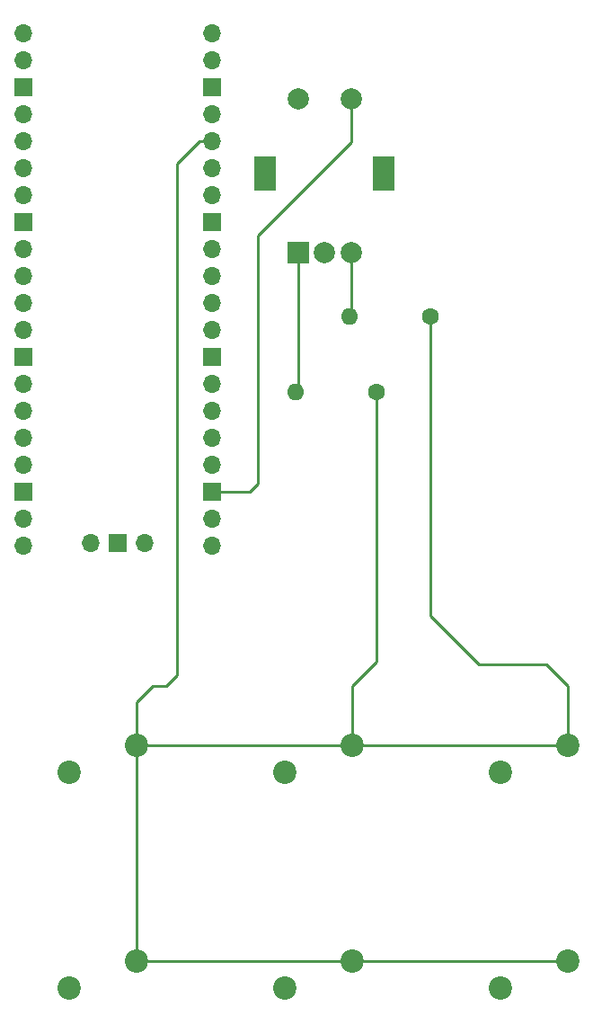
<source format=gbl>
G04 #@! TF.GenerationSoftware,KiCad,Pcbnew,5.1.5+dfsg1-2build2*
G04 #@! TF.CreationDate,2021-05-11T19:50:18+03:00*
G04 #@! TF.ProjectId,pico-mediakeeb,7069636f-2d6d-4656-9469-616b6565622e,v01*
G04 #@! TF.SameCoordinates,Original*
G04 #@! TF.FileFunction,Copper,L2,Bot*
G04 #@! TF.FilePolarity,Positive*
%FSLAX46Y46*%
G04 Gerber Fmt 4.6, Leading zero omitted, Abs format (unit mm)*
G04 Created by KiCad (PCBNEW 5.1.5+dfsg1-2build2) date 2021-05-11 19:50:18*
%MOMM*%
%LPD*%
G04 APERTURE LIST*
%ADD10R,2.000000X2.000000*%
%ADD11C,2.000000*%
%ADD12R,2.000000X3.200000*%
%ADD13O,1.700000X1.700000*%
%ADD14R,1.700000X1.700000*%
%ADD15C,2.200000*%
%ADD16O,1.600000X1.600000*%
%ADD17C,1.600000*%
%ADD18C,0.250000*%
G04 APERTURE END LIST*
D10*
X74422000Y-74554000D03*
D11*
X76922000Y-74554000D03*
X79422000Y-74554000D03*
D12*
X71322000Y-67054000D03*
X82522000Y-67054000D03*
D11*
X74422000Y-60054000D03*
X79422000Y-60054000D03*
D13*
X48514000Y-53848000D03*
X48514000Y-56388000D03*
D14*
X48514000Y-58928000D03*
D13*
X48514000Y-61468000D03*
X48514000Y-64008000D03*
X48514000Y-66548000D03*
X48514000Y-69088000D03*
D14*
X48514000Y-71628000D03*
D13*
X48514000Y-74168000D03*
X48514000Y-76708000D03*
X48514000Y-79248000D03*
X48514000Y-81788000D03*
D14*
X48514000Y-84328000D03*
D13*
X48514000Y-86868000D03*
X48514000Y-89408000D03*
X48514000Y-91948000D03*
X48514000Y-94488000D03*
D14*
X48514000Y-97028000D03*
D13*
X48514000Y-99568000D03*
X48514000Y-102108000D03*
X66294000Y-102108000D03*
X66294000Y-99568000D03*
D14*
X66294000Y-97028000D03*
D13*
X66294000Y-94488000D03*
X66294000Y-91948000D03*
X66294000Y-89408000D03*
X66294000Y-86868000D03*
D14*
X66294000Y-84328000D03*
D13*
X66294000Y-81788000D03*
X66294000Y-79248000D03*
X66294000Y-76708000D03*
X66294000Y-74168000D03*
D14*
X66294000Y-71628000D03*
D13*
X66294000Y-69088000D03*
X66294000Y-66548000D03*
X66294000Y-64008000D03*
X66294000Y-61468000D03*
D14*
X66294000Y-58928000D03*
D13*
X66294000Y-56388000D03*
X66294000Y-53848000D03*
X54864000Y-101878000D03*
D14*
X57404000Y-101878000D03*
D13*
X59944000Y-101878000D03*
D15*
X93472000Y-123444000D03*
X99822000Y-120904000D03*
X73152000Y-123444000D03*
X79502000Y-120904000D03*
X52832000Y-123444000D03*
X59182000Y-120904000D03*
X93472000Y-143764000D03*
X99822000Y-141224000D03*
X73152000Y-143764000D03*
X79502000Y-141224000D03*
X52832000Y-143764000D03*
X59182000Y-141224000D03*
D16*
X74168000Y-87630000D03*
D17*
X81788000Y-87630000D03*
D16*
X79248000Y-80518000D03*
D17*
X86868000Y-80518000D03*
D18*
X79422000Y-80344000D02*
X79248000Y-80518000D01*
X79422000Y-74554000D02*
X79422000Y-80344000D01*
X59182000Y-141224000D02*
X99822000Y-141224000D01*
X59182000Y-141224000D02*
X59182000Y-120904000D01*
X59182000Y-120904000D02*
X99822000Y-120904000D01*
X65091919Y-64008000D02*
X62992000Y-66107919D01*
X66294000Y-64008000D02*
X65091919Y-64008000D01*
X59182000Y-116840000D02*
X60706000Y-115316000D01*
X59182000Y-120904000D02*
X59182000Y-116840000D01*
X60706000Y-115316000D02*
X61976000Y-115316000D01*
X61976000Y-115316000D02*
X62992000Y-114300000D01*
X62992000Y-66107919D02*
X62992000Y-114300000D01*
X99822000Y-115316000D02*
X99822000Y-120904000D01*
X91440000Y-113284000D02*
X97790000Y-113284000D01*
X86868000Y-108712000D02*
X91440000Y-113284000D01*
X97790000Y-113284000D02*
X99822000Y-115316000D01*
X86868000Y-80518000D02*
X86868000Y-108712000D01*
X79502000Y-115316000D02*
X81788000Y-113030000D01*
X79502000Y-120904000D02*
X79502000Y-115316000D01*
X81788000Y-87630000D02*
X81788000Y-113030000D01*
X79422000Y-60054000D02*
X79422000Y-64088000D01*
X79422000Y-64088000D02*
X70612000Y-72898000D01*
X70612000Y-72898000D02*
X70612000Y-96266000D01*
X69850000Y-97028000D02*
X66294000Y-97028000D01*
X70612000Y-96266000D02*
X69850000Y-97028000D01*
X74422000Y-87376000D02*
X74168000Y-87630000D01*
X74422000Y-74554000D02*
X74422000Y-87376000D01*
M02*

</source>
